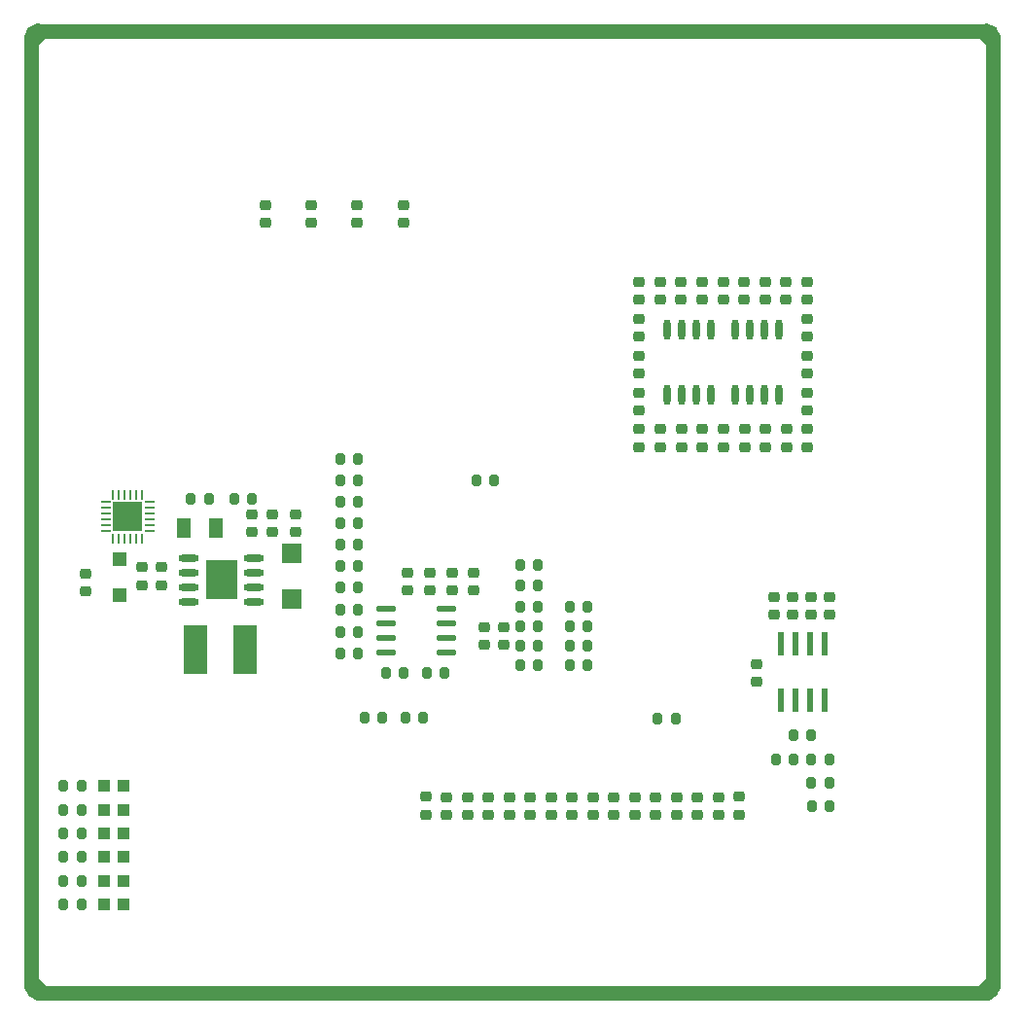
<source format=gbr>
G04*
G04 #@! TF.GenerationSoftware,Altium Limited,Altium Designer,24.1.2 (44)*
G04*
G04 Layer_Color=128*
%FSLAX44Y44*%
%MOMM*%
G71*
G04*
G04 #@! TF.SameCoordinates,B91C3D85-37F7-440E-B7CA-D4A3DDB4B262*
G04*
G04*
G04 #@! TF.FilePolarity,Positive*
G04*
G01*
G75*
%ADD23C,1.2300*%
G04:AMPARAMS|DCode=34|XSize=0.95mm|YSize=0.85mm|CornerRadius=0.2125mm|HoleSize=0mm|Usage=FLASHONLY|Rotation=180.000|XOffset=0mm|YOffset=0mm|HoleType=Round|Shape=RoundedRectangle|*
%AMROUNDEDRECTD34*
21,1,0.9500,0.4250,0,0,180.0*
21,1,0.5250,0.8500,0,0,180.0*
1,1,0.4250,-0.2625,0.2125*
1,1,0.4250,0.2625,0.2125*
1,1,0.4250,0.2625,-0.2125*
1,1,0.4250,-0.2625,-0.2125*
%
%ADD34ROUNDEDRECTD34*%
G04:AMPARAMS|DCode=35|XSize=0.95mm|YSize=0.85mm|CornerRadius=0.2125mm|HoleSize=0mm|Usage=FLASHONLY|Rotation=90.000|XOffset=0mm|YOffset=0mm|HoleType=Round|Shape=RoundedRectangle|*
%AMROUNDEDRECTD35*
21,1,0.9500,0.4250,0,0,90.0*
21,1,0.5250,0.8500,0,0,90.0*
1,1,0.4250,0.2125,0.2625*
1,1,0.4250,0.2125,-0.2625*
1,1,0.4250,-0.2125,-0.2625*
1,1,0.4250,-0.2125,0.2625*
%
%ADD35ROUNDEDRECTD35*%
%ADD40R,1.8000X1.8000*%
%ADD66O,0.6000X1.8000*%
G04:AMPARAMS|DCode=150|XSize=1.97mm|YSize=0.59mm|CornerRadius=0.0738mm|HoleSize=0mm|Usage=FLASHONLY|Rotation=270.000|XOffset=0mm|YOffset=0mm|HoleType=Round|Shape=RoundedRectangle|*
%AMROUNDEDRECTD150*
21,1,1.9700,0.4425,0,0,270.0*
21,1,1.8225,0.5900,0,0,270.0*
1,1,0.1475,-0.2213,-0.9113*
1,1,0.1475,-0.2213,0.9113*
1,1,0.1475,0.2213,0.9113*
1,1,0.1475,0.2213,-0.9113*
%
%ADD150ROUNDEDRECTD150*%
%ADD151R,2.7178X3.4036*%
%ADD152O,1.8000X0.6000*%
%ADD153R,2.6500X2.6500*%
%ADD154R,0.8048X0.2746*%
%ADD155R,0.2746X0.8048*%
G04:AMPARAMS|DCode=156|XSize=1.64mm|YSize=0.59mm|CornerRadius=0.1475mm|HoleSize=0mm|Usage=FLASHONLY|Rotation=0.000|XOffset=0mm|YOffset=0mm|HoleType=Round|Shape=RoundedRectangle|*
%AMROUNDEDRECTD156*
21,1,1.6400,0.2950,0,0,0.0*
21,1,1.3450,0.5900,0,0,0.0*
1,1,0.2950,0.6725,-0.1475*
1,1,0.2950,-0.6725,-0.1475*
1,1,0.2950,-0.6725,0.1475*
1,1,0.2950,0.6725,0.1475*
%
%ADD156ROUNDEDRECTD156*%
%ADD157R,2.0000X4.2000*%
G04:AMPARAMS|DCode=158|XSize=1.75mm|YSize=1.25mm|CornerRadius=0.2438mm|HoleSize=0mm|Usage=FLASHONLY|Rotation=270.000|XOffset=0mm|YOffset=0mm|HoleType=Round|Shape=RoundedRectangle|*
%AMROUNDEDRECTD158*
21,1,1.7500,0.7625,0,0,270.0*
21,1,1.2625,1.2500,0,0,270.0*
1,1,0.4875,-0.3813,-0.6313*
1,1,0.4875,-0.3813,0.6313*
1,1,0.4875,0.3813,0.6313*
1,1,0.4875,0.3813,-0.6313*
%
%ADD158ROUNDEDRECTD158*%
%ADD159R,1.1000X1.0000*%
%ADD160R,1.3000X1.1500*%
G36*
X837997Y837997D02*
X837984Y830638D01*
X837837D01*
X830440Y838035D01*
X837959D01*
X837997Y837997D01*
D02*
G37*
G36*
X19362Y837984D02*
Y837837D01*
X11965Y830440D01*
Y837959D01*
X12003Y837997D01*
X19362Y837984D01*
D02*
G37*
G36*
X102180Y421702D02*
X90930D01*
Y432952D01*
X102180D01*
Y421702D01*
D02*
G37*
G36*
X88930D02*
X77680D01*
Y432952D01*
X88930D01*
Y421702D01*
D02*
G37*
G36*
X102180Y408452D02*
X90930D01*
Y419702D01*
X102180D01*
Y408452D01*
D02*
G37*
G36*
X88930D02*
X77680D01*
Y419702D01*
X88930D01*
Y408452D01*
D02*
G37*
G36*
X838035Y12041D02*
X837997Y12003D01*
X830638Y12016D01*
Y12163D01*
X838035Y19560D01*
Y12041D01*
D02*
G37*
G36*
X19560Y11965D02*
X12041D01*
X12003Y12003D01*
X12016Y19362D01*
X12163D01*
X19560Y11965D01*
D02*
G37*
D23*
X12006Y843650D02*
G03*
X6356Y838012I0J-5650D01*
G01*
X6356Y12000D02*
G03*
X11994Y6350I5650J0D01*
G01*
X838006Y6350D02*
G03*
X843656Y11988I0J5650D01*
G01*
X843656Y838000D02*
G03*
X838024Y843650I-5650J0D01*
G01*
X6356Y155503D02*
Y415503D01*
X843656Y706779D02*
Y837975D01*
X843656Y696779D02*
X843656Y706779D01*
X843656Y426780D02*
Y696779D01*
X843656Y416780D02*
X843656Y426780D01*
X843656Y156780D02*
Y416780D01*
X843656Y146780D02*
X843656Y156780D01*
X843656Y12000D02*
Y146780D01*
X700857Y6350D02*
X837981D01*
X690857Y6350D02*
X700857Y6350D01*
X430857Y6350D02*
X690857D01*
X706321Y843650D02*
X838006D01*
X696321Y843650D02*
X706321Y843650D01*
X426322Y843650D02*
X696321D01*
X416322Y843650D02*
X426322Y843650D01*
X156323Y843650D02*
X416322D01*
X146323Y843650D02*
X156323Y843650D01*
X12024Y843650D02*
X146323D01*
X420857Y6350D02*
X430857Y6350D01*
X265000Y6350D02*
X420857D01*
X12006Y6350D02*
X140858D01*
X150858Y6350D01*
X265000D01*
X6356Y705502D02*
Y838000D01*
X6356Y695502D02*
X6356Y705502D01*
X6356Y425503D02*
Y695502D01*
X6356Y415503D02*
X6356Y425503D01*
X6356Y145503D02*
X6356Y155503D01*
X6356Y12025D02*
Y145503D01*
D34*
X668978Y350650D02*
D03*
Y335150D02*
D03*
X684922Y335150D02*
D03*
Y350650D02*
D03*
X700866Y335150D02*
D03*
Y350650D02*
D03*
X653034Y335150D02*
D03*
Y350650D02*
D03*
X637573Y276877D02*
D03*
Y292377D02*
D03*
X349504Y161160D02*
D03*
Y176660D02*
D03*
X367707Y161014D02*
D03*
Y176514D02*
D03*
X385911Y176514D02*
D03*
Y161014D02*
D03*
X404114Y161014D02*
D03*
Y176514D02*
D03*
X422317Y161014D02*
D03*
Y176514D02*
D03*
X440521Y176514D02*
D03*
Y161014D02*
D03*
X458724Y176514D02*
D03*
Y161014D02*
D03*
X476927Y161014D02*
D03*
Y176514D02*
D03*
X495131Y161014D02*
D03*
Y176514D02*
D03*
X513334Y161014D02*
D03*
Y176514D02*
D03*
X531537Y176514D02*
D03*
Y161014D02*
D03*
X549740Y161014D02*
D03*
Y176514D02*
D03*
X567944Y161014D02*
D03*
Y176514D02*
D03*
X586147Y176514D02*
D03*
Y161014D02*
D03*
X604350Y161014D02*
D03*
Y176514D02*
D03*
X622554Y161160D02*
D03*
Y176660D02*
D03*
X53866Y355470D02*
D03*
Y370970D02*
D03*
X663445Y625166D02*
D03*
Y609666D02*
D03*
X608577Y609666D02*
D03*
Y625166D02*
D03*
X681984Y481200D02*
D03*
Y496700D02*
D03*
X645343Y496700D02*
D03*
Y481200D02*
D03*
X626866Y609666D02*
D03*
Y625166D02*
D03*
X663664Y496700D02*
D03*
Y481200D02*
D03*
X535419Y625166D02*
D03*
Y609666D02*
D03*
X553740Y481200D02*
D03*
Y496700D02*
D03*
X571998Y609666D02*
D03*
Y625166D02*
D03*
X590381Y496700D02*
D03*
Y481200D02*
D03*
X590287Y609666D02*
D03*
Y625166D02*
D03*
X572060Y496700D02*
D03*
Y481200D02*
D03*
X198611Y422861D02*
D03*
Y407361D02*
D03*
X391393Y356550D02*
D03*
Y372050D02*
D03*
X372266Y356550D02*
D03*
Y372050D02*
D03*
X353138Y356550D02*
D03*
Y372050D02*
D03*
X334010Y356550D02*
D03*
Y372050D02*
D03*
X210000Y676410D02*
D03*
Y691910D02*
D03*
X250000Y676410D02*
D03*
Y691910D02*
D03*
X681860Y577550D02*
D03*
Y593050D02*
D03*
X681860Y560933D02*
D03*
Y545433D02*
D03*
X681859Y609666D02*
D03*
Y625166D02*
D03*
X681860Y528816D02*
D03*
Y513316D02*
D03*
X645281Y609666D02*
D03*
Y625166D02*
D03*
X627147Y496700D02*
D03*
Y481200D02*
D03*
X535544Y545433D02*
D03*
Y560933D02*
D03*
X535544Y528816D02*
D03*
Y513316D02*
D03*
X535544Y577550D02*
D03*
Y593050D02*
D03*
X535544Y496700D02*
D03*
Y481200D02*
D03*
X553833Y609666D02*
D03*
Y625166D02*
D03*
X608827Y496700D02*
D03*
Y481200D02*
D03*
X236504Y407250D02*
D03*
Y422750D02*
D03*
X102966Y376507D02*
D03*
Y361007D02*
D03*
X119444Y376606D02*
D03*
Y361106D02*
D03*
X417190Y309101D02*
D03*
Y324601D02*
D03*
X400549Y309101D02*
D03*
Y324601D02*
D03*
X216370Y407361D02*
D03*
Y422861D02*
D03*
X330454Y676410D02*
D03*
Y691910D02*
D03*
X290000Y676410D02*
D03*
Y691910D02*
D03*
D35*
X685670Y168410D02*
D03*
X701170D02*
D03*
X685403Y189004D02*
D03*
X700902D02*
D03*
X669902Y230193D02*
D03*
X685403D02*
D03*
X700902Y209599D02*
D03*
X685403D02*
D03*
X669902D02*
D03*
X654402D02*
D03*
X34160Y82804D02*
D03*
X49660D02*
D03*
X34160Y103497D02*
D03*
X49660D02*
D03*
X34160Y124189D02*
D03*
X49660D02*
D03*
X34160Y144881D02*
D03*
X49660D02*
D03*
X290780Y433682D02*
D03*
X275280D02*
D03*
X290780Y377447D02*
D03*
X275280D02*
D03*
X290780Y414937D02*
D03*
X275280D02*
D03*
X290780Y396059D02*
D03*
X275280D02*
D03*
X275280Y452427D02*
D03*
X290780D02*
D03*
X275280Y358702D02*
D03*
X290780D02*
D03*
X275280Y471172D02*
D03*
X290780D02*
D03*
X275280Y339957D02*
D03*
X290780D02*
D03*
X296556Y245638D02*
D03*
X312056D02*
D03*
X198484Y436212D02*
D03*
X182984D02*
D03*
X34160Y186265D02*
D03*
X49660D02*
D03*
X34160Y165573D02*
D03*
X49660D02*
D03*
X290604Y301248D02*
D03*
X275104D02*
D03*
X290780Y320040D02*
D03*
X275280D02*
D03*
X409250Y452500D02*
D03*
X393750D02*
D03*
X332116Y245638D02*
D03*
X347616D02*
D03*
X431956Y308177D02*
D03*
X447456D02*
D03*
X431956Y342366D02*
D03*
X447456D02*
D03*
X431956Y325271D02*
D03*
X447456D02*
D03*
X431956Y291083D02*
D03*
X447456D02*
D03*
X475219Y342366D02*
D03*
X490719D02*
D03*
X475219Y308177D02*
D03*
X490719D02*
D03*
X475219Y325271D02*
D03*
X490719D02*
D03*
X475219Y291083D02*
D03*
X490719D02*
D03*
X160755Y436071D02*
D03*
X145255D02*
D03*
X431958Y378231D02*
D03*
X447458D02*
D03*
Y360781D02*
D03*
X431958D02*
D03*
X366204Y284416D02*
D03*
X350704D02*
D03*
X330644D02*
D03*
X315144D02*
D03*
X551517Y245146D02*
D03*
X567017D02*
D03*
D40*
X232733Y388601D02*
D03*
Y348601D02*
D03*
D66*
X619234Y583531D02*
D03*
X631934D02*
D03*
X644633D02*
D03*
X657334D02*
D03*
X619234Y527031D02*
D03*
X631934D02*
D03*
X644633D02*
D03*
X657334D02*
D03*
X597644Y527031D02*
D03*
X584944D02*
D03*
X572243D02*
D03*
X559543D02*
D03*
X597644Y583531D02*
D03*
X584944D02*
D03*
X572243D02*
D03*
X559543D02*
D03*
D150*
X658425Y310198D02*
D03*
X671125D02*
D03*
X683825D02*
D03*
X696525D02*
D03*
Y260698D02*
D03*
X683825D02*
D03*
X671125D02*
D03*
X658425D02*
D03*
D151*
X171657Y365732D02*
D03*
D152*
X199910Y384476D02*
D03*
Y371776D02*
D03*
Y359076D02*
D03*
Y346376D02*
D03*
X143410Y384476D02*
D03*
Y371776D02*
D03*
Y359076D02*
D03*
Y346376D02*
D03*
D153*
X89930Y420702D02*
D03*
D154*
X70906Y433202D02*
D03*
Y428202D02*
D03*
Y423202D02*
D03*
Y418202D02*
D03*
Y413202D02*
D03*
Y408202D02*
D03*
X108954D02*
D03*
Y413202D02*
D03*
Y418202D02*
D03*
Y423202D02*
D03*
Y428202D02*
D03*
Y433202D02*
D03*
D155*
X77430Y401678D02*
D03*
X82430D02*
D03*
X87430D02*
D03*
X92430D02*
D03*
X97430D02*
D03*
X102430D02*
D03*
Y439726D02*
D03*
X97430D02*
D03*
X92430D02*
D03*
X87430D02*
D03*
X82430D02*
D03*
X77430D02*
D03*
D156*
X315280Y302260D02*
D03*
Y314960D02*
D03*
Y327660D02*
D03*
Y340360D02*
D03*
X367980D02*
D03*
Y327660D02*
D03*
Y314960D02*
D03*
Y302260D02*
D03*
D157*
X192400Y304720D02*
D03*
X149000D02*
D03*
D158*
X166905Y410746D02*
D03*
X138905D02*
D03*
D159*
X69232Y82804D02*
D03*
X86232D02*
D03*
X69232Y103497D02*
D03*
X86232D02*
D03*
X69232Y124189D02*
D03*
X86232D02*
D03*
X69232Y144881D02*
D03*
X86232D02*
D03*
X69232Y186265D02*
D03*
X86232D02*
D03*
X69232Y165573D02*
D03*
X86232D02*
D03*
D160*
X82816Y383720D02*
D03*
Y352720D02*
D03*
M02*

</source>
